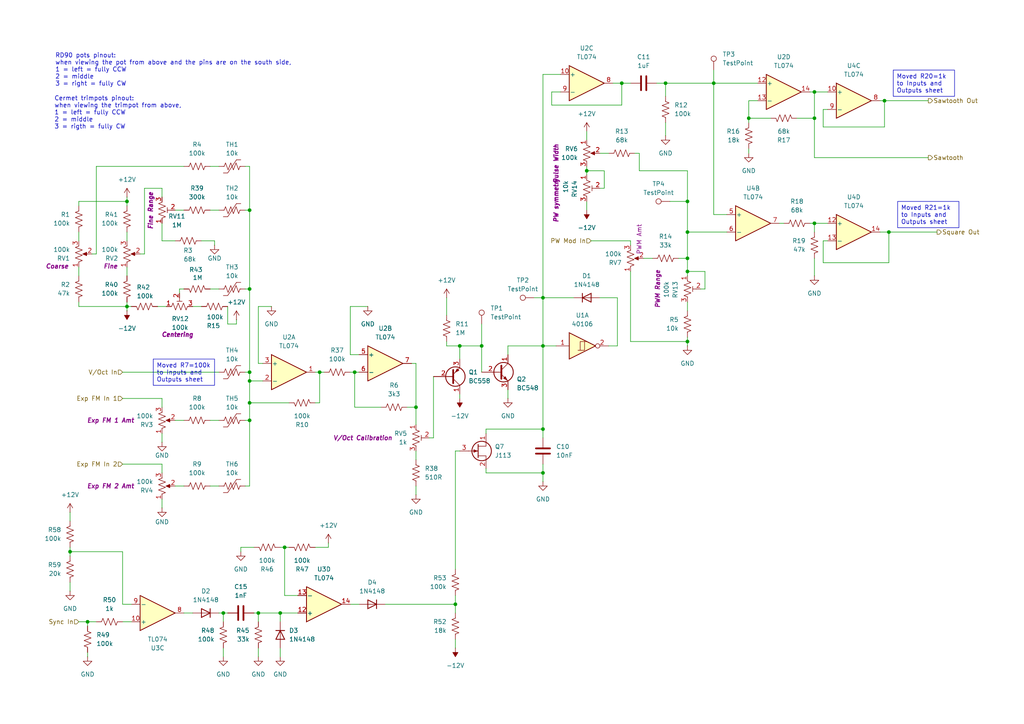
<source format=kicad_sch>
(kicad_sch (version 20231120) (generator "eeschema") (generator_version "8.0")
  (paper "A4")
  (title_block (company "DMH Instruments"))
  (junction (at 72.39 107.95))
  (junction (at 193.04 24.13))
  (junction (at 82.55 158.75))
  (junction (at 157.48 124.46))
  (junction (at 25.4 180.34))
  (junction (at 157.48 137.16))
  (junction (at 133.35 100.33))
  (junction (at 81.28 177.8))
  (junction (at 139.7 100.33))
  (junction (at 102.87 107.95))
  (junction (at 72.39 83.82))
  (junction (at 256.54 29.21))
  (junction (at 36.83 88.9))
  (junction (at 236.22 34.29))
  (junction (at 180.34 24.13))
  (junction (at 207.01 24.13))
  (junction (at 72.39 121.92))
  (junction (at 64.77 177.8))
  (junction (at 36.83 58.42))
  (junction (at 72.39 110.49))
  (junction (at 199.39 78.74))
  (junction (at 157.48 86.36))
  (junction (at 199.39 99.06))
  (junction (at 170.18 49.53))
  (junction (at 74.93 177.8))
  (junction (at 236.22 64.77))
  (junction (at 199.39 74.93))
  (junction (at 72.39 60.96))
  (junction (at 92.71 107.95))
  (junction (at 217.17 34.29))
  (junction (at 157.48 100.33))
  (junction (at 236.22 26.67))
  (junction (at 132.08 175.26))
  (junction (at 257.81 67.31))
  (junction (at 72.39 116.84))
  (junction (at 199.39 67.31))
  (junction (at 120.65 118.11))
  (junction (at 20.32 160.02))
  (junction (at 199.39 58.42))
  (wire (pts (xy 217.17 34.29) (xy 217.17 29.21)))
  (wire (pts (xy 92.71 107.95) (xy 92.71 116.84)))
  (wire (pts (xy 22.86 59.69) (xy 22.86 58.42)))
  (wire (pts (xy 180.34 24.13) (xy 182.88 24.13)))
  (wire (pts (xy 27.94 48.26) (xy 53.34 48.26)))
  (wire (pts (xy 236.22 74.93) (xy 236.22 80.01)))
  (wire (pts (xy 185.42 44.45) (xy 184.15 44.45)))
  (wire (pts (xy 179.07 86.36) (xy 173.99 86.36)))
  (wire (pts (xy 231.14 34.29) (xy 236.22 34.29)))
  (wire (pts (xy 60.96 60.96) (xy 63.5 60.96)))
  (wire (pts (xy 238.76 76.2) (xy 257.81 76.2)))
  (wire (pts (xy 207.01 24.13) (xy 219.71 24.13)))
  (wire (pts (xy 182.88 99.06) (xy 199.39 99.06)))
  (wire (pts (xy 64.77 180.34) (xy 64.77 177.8)))
  (wire (pts (xy 102.87 107.95) (xy 104.14 107.95)))
  (wire (pts (xy 74.93 105.41) (xy 74.93 88.9)))
  (wire (pts (xy 129.54 99.06) (xy 129.54 100.33)))
  (wire (pts (xy 226.06 64.77) (xy 227.33 64.77)))
  (wire (pts (xy 193.04 35.56) (xy 193.04 39.37)))
  (wire (pts (xy 36.83 88.9) (xy 38.1 88.9)))
  (wire (pts (xy 182.88 69.85) (xy 182.88 71.12)))
  (wire (pts (xy 175.26 54.61) (xy 175.26 49.53)))
  (wire (pts (xy 125.73 109.22) (xy 125.73 127)))
  (wire (pts (xy 25.4 189.23) (xy 25.4 190.5)))
  (wire (pts (xy 256.54 29.21) (xy 269.24 29.21)))
  (wire (pts (xy 81.28 187.96) (xy 81.28 190.5)))
  (wire (pts (xy 36.83 67.31) (xy 36.83 69.85)))
  (wire (pts (xy 207.01 20.32) (xy 207.01 24.13)))
  (wire (pts (xy 72.39 48.26) (xy 72.39 60.96)))
  (wire (pts (xy 86.36 172.72) (xy 82.55 172.72)))
  (wire (pts (xy 193.04 24.13) (xy 207.01 24.13)))
  (wire (pts (xy 66.04 88.9) (xy 66.04 93.98)))
  (wire (pts (xy 82.55 172.72) (xy 82.55 158.75)))
  (wire (pts (xy 157.48 100.33) (xy 157.48 124.46)))
  (wire (pts (xy 240.03 69.85) (xy 238.76 69.85)))
  (wire (pts (xy 255.27 67.31) (xy 257.81 67.31)))
  (wire (pts (xy 22.86 77.47) (xy 22.86 80.01)))
  (wire (pts (xy 81.28 158.75) (xy 82.55 158.75)))
  (wire (pts (xy 157.48 100.33) (xy 161.29 100.33)))
  (wire (pts (xy 52.07 85.09) (xy 52.07 83.82)))
  (wire (pts (xy 217.17 43.18) (xy 217.17 44.45)))
  (wire (pts (xy 74.93 177.8) (xy 74.93 180.34)))
  (wire (pts (xy 72.39 60.96) (xy 72.39 83.82)))
  (wire (pts (xy 177.8 24.13) (xy 180.34 24.13)))
  (wire (pts (xy 91.44 116.84) (xy 92.71 116.84)))
  (wire (pts (xy 55.88 88.9) (xy 58.42 88.9)))
  (wire (pts (xy 157.48 86.36) (xy 157.48 100.33)))
  (wire (pts (xy 41.91 54.61) (xy 46.99 54.61)))
  (wire (pts (xy 139.7 93.98) (xy 139.7 100.33)))
  (wire (pts (xy 22.86 88.9) (xy 36.83 88.9)))
  (wire (pts (xy 91.44 107.95) (xy 92.71 107.95)))
  (wire (pts (xy 217.17 34.29) (xy 217.17 35.56)))
  (wire (pts (xy 255.27 29.21) (xy 256.54 29.21)))
  (wire (pts (xy 101.6 88.9) (xy 106.68 88.9)))
  (wire (pts (xy 236.22 64.77) (xy 236.22 67.31)))
  (wire (pts (xy 71.12 140.97) (xy 72.39 140.97)))
  (wire (pts (xy 68.58 93.98) (xy 68.58 92.71)))
  (wire (pts (xy 236.22 34.29) (xy 236.22 45.72)))
  (wire (pts (xy 256.54 36.83) (xy 238.76 36.83)))
  (wire (pts (xy 170.18 49.53) (xy 175.26 49.53)))
  (wire (pts (xy 234.95 26.67) (xy 236.22 26.67)))
  (wire (pts (xy 22.86 180.34) (xy 25.4 180.34)))
  (wire (pts (xy 36.83 87.63) (xy 36.83 88.9)))
  (wire (pts (xy 72.39 116.84) (xy 72.39 121.92)))
  (wire (pts (xy 147.32 102.87) (xy 147.32 100.33)))
  (wire (pts (xy 238.76 31.75) (xy 240.03 31.75)))
  (wire (pts (xy 160.02 30.48) (xy 180.34 30.48)))
  (wire (pts (xy 36.83 58.42) (xy 36.83 59.69)))
  (wire (pts (xy 73.66 177.8) (xy 74.93 177.8)))
  (wire (pts (xy 72.39 116.84) (xy 83.82 116.84)))
  (wire (pts (xy 92.71 107.95) (xy 93.98 107.95)))
  (wire (pts (xy 46.99 64.77) (xy 46.99 69.85)))
  (wire (pts (xy 35.56 175.26) (xy 35.56 160.02)))
  (wire (pts (xy 238.76 69.85) (xy 238.76 76.2)))
  (wire (pts (xy 38.1 175.26) (xy 35.56 175.26)))
  (wire (pts (xy 72.39 110.49) (xy 76.2 110.49)))
  (wire (pts (xy 25.4 180.34) (xy 27.94 180.34)))
  (wire (pts (xy 81.28 177.8) (xy 74.93 177.8)))
  (wire (pts (xy 157.48 134.62) (xy 157.48 137.16)))
  (wire (pts (xy 256.54 29.21) (xy 256.54 36.83)))
  (wire (pts (xy 157.48 124.46) (xy 157.48 127)))
  (wire (pts (xy 132.08 130.81) (xy 132.08 165.1)))
  (wire (pts (xy 35.56 107.95) (xy 63.5 107.95)))
  (wire (pts (xy 180.34 30.48) (xy 180.34 24.13)))
  (wire (pts (xy 199.39 78.74) (xy 199.39 80.01)))
  (wire (pts (xy 162.56 21.59) (xy 157.48 21.59)))
  (wire (pts (xy 36.83 77.47) (xy 36.83 80.01)))
  (wire (pts (xy 25.4 180.34) (xy 25.4 181.61)))
  (wire (pts (xy 46.99 115.57) (xy 46.99 118.11)))
  (wire (pts (xy 72.39 83.82) (xy 72.39 107.95)))
  (wire (pts (xy 176.53 100.33) (xy 179.07 100.33)))
  (wire (pts (xy 185.42 49.53) (xy 185.42 44.45)))
  (wire (pts (xy 20.32 160.02) (xy 35.56 160.02)))
  (wire (pts (xy 170.18 58.42) (xy 170.18 60.96)))
  (wire (pts (xy 182.88 78.74) (xy 182.88 99.06)))
  (wire (pts (xy 101.6 107.95) (xy 102.87 107.95)))
  (wire (pts (xy 101.6 175.26) (xy 104.14 175.26)))
  (wire (pts (xy 46.99 125.73) (xy 46.99 128.27)))
  (wire (pts (xy 132.08 130.81) (xy 133.35 130.81)))
  (wire (pts (xy 140.97 125.73) (xy 140.97 124.46)))
  (wire (pts (xy 133.35 100.33) (xy 133.35 104.14)))
  (wire (pts (xy 71.12 60.96) (xy 72.39 60.96)))
  (wire (pts (xy 190.5 24.13) (xy 193.04 24.13)))
  (wire (pts (xy 170.18 38.1) (xy 170.18 40.64)))
  (wire (pts (xy 52.07 83.82) (xy 53.34 83.82)))
  (wire (pts (xy 199.39 74.93) (xy 199.39 78.74)))
  (wire (pts (xy 160.02 26.67) (xy 160.02 30.48)))
  (wire (pts (xy 219.71 29.21) (xy 217.17 29.21)))
  (wire (pts (xy 81.28 177.8) (xy 86.36 177.8)))
  (wire (pts (xy 74.93 187.96) (xy 74.93 190.5)))
  (wire (pts (xy 120.65 105.41) (xy 119.38 105.41)))
  (wire (pts (xy 129.54 86.36) (xy 129.54 91.44)))
  (wire (pts (xy 53.34 177.8) (xy 55.88 177.8)))
  (wire (pts (xy 62.23 69.85) (xy 62.23 71.12)))
  (wire (pts (xy 120.65 130.81) (xy 120.65 133.35)))
  (wire (pts (xy 199.39 58.42) (xy 199.39 67.31)))
  (wire (pts (xy 204.47 78.74) (xy 199.39 78.74)))
  (wire (pts (xy 236.22 64.77) (xy 240.03 64.77)))
  (wire (pts (xy 72.39 121.92) (xy 72.39 140.97)))
  (wire (pts (xy 26.67 73.66) (xy 27.94 73.66)))
  (wire (pts (xy 257.81 67.31) (xy 257.81 76.2)))
  (wire (pts (xy 193.04 24.13) (xy 193.04 27.94)))
  (wire (pts (xy 140.97 124.46) (xy 157.48 124.46)))
  (wire (pts (xy 234.95 64.77) (xy 236.22 64.77)))
  (wire (pts (xy 194.31 58.42) (xy 199.39 58.42)))
  (wire (pts (xy 74.93 105.41) (xy 76.2 105.41)))
  (wire (pts (xy 73.66 158.75) (xy 69.85 158.75)))
  (wire (pts (xy 20.32 148.59) (xy 20.32 151.13)))
  (wire (pts (xy 102.87 118.11) (xy 102.87 107.95)))
  (wire (pts (xy 140.97 137.16) (xy 157.48 137.16)))
  (wire (pts (xy 186.69 74.93) (xy 189.23 74.93)))
  (wire (pts (xy 133.35 100.33) (xy 139.7 100.33)))
  (wire (pts (xy 166.37 86.36) (xy 157.48 86.36)))
  (wire (pts (xy 204.47 83.82) (xy 204.47 78.74)))
  (wire (pts (xy 72.39 110.49) (xy 72.39 116.84)))
  (wire (pts (xy 162.56 26.67) (xy 160.02 26.67)))
  (wire (pts (xy 64.77 187.96) (xy 64.77 190.5)))
  (wire (pts (xy 72.39 107.95) (xy 72.39 110.49)))
  (wire (pts (xy 185.42 49.53) (xy 199.39 49.53)))
  (wire (pts (xy 20.32 158.75) (xy 20.32 160.02)))
  (wire (pts (xy 139.7 100.33) (xy 139.7 107.95)))
  (wire (pts (xy 22.86 87.63) (xy 22.86 88.9)))
  (wire (pts (xy 60.96 83.82) (xy 63.5 83.82)))
  (wire (pts (xy 199.39 97.79) (xy 199.39 99.06)))
  (wire (pts (xy 203.2 83.82) (xy 204.47 83.82)))
  (wire (pts (xy 60.96 48.26) (xy 63.5 48.26)))
  (wire (pts (xy 46.99 144.78) (xy 46.99 147.32)))
  (wire (pts (xy 50.8 60.96) (xy 53.34 60.96)))
  (wire (pts (xy 133.35 100.33) (xy 129.54 100.33)))
  (wire (pts (xy 63.5 177.8) (xy 64.77 177.8)))
  (wire (pts (xy 120.65 140.97) (xy 120.65 143.51)))
  (wire (pts (xy 71.12 121.92) (xy 72.39 121.92)))
  (wire (pts (xy 120.65 118.11) (xy 120.65 123.19)))
  (wire (pts (xy 154.94 86.36) (xy 157.48 86.36)))
  (wire (pts (xy 170.18 49.53) (xy 170.18 50.8)))
  (wire (pts (xy 132.08 185.42) (xy 132.08 187.96)))
  (wire (pts (xy 74.93 88.9) (xy 78.74 88.9)))
  (wire (pts (xy 36.83 57.15) (xy 36.83 58.42)))
  (wire (pts (xy 173.99 44.45) (xy 176.53 44.45)))
  (wire (pts (xy 46.99 134.62) (xy 46.99 137.16)))
  (wire (pts (xy 71.12 83.82) (xy 72.39 83.82)))
  (wire (pts (xy 238.76 36.83) (xy 238.76 31.75)))
  (wire (pts (xy 41.91 54.61) (xy 41.91 73.66)))
  (wire (pts (xy 118.11 118.11) (xy 120.65 118.11)))
  (wire (pts (xy 83.82 158.75) (xy 82.55 158.75)))
  (wire (pts (xy 257.81 67.31) (xy 271.78 67.31)))
  (wire (pts (xy 110.49 118.11) (xy 102.87 118.11)))
  (wire (pts (xy 125.73 127) (xy 124.46 127)))
  (wire (pts (xy 236.22 45.72) (xy 269.24 45.72)))
  (wire (pts (xy 140.97 135.89) (xy 140.97 137.16)))
  (wire (pts (xy 199.39 49.53) (xy 199.39 58.42)))
  (wire (pts (xy 236.22 26.67) (xy 240.03 26.67)))
  (wire (pts (xy 20.32 168.91) (xy 20.32 171.45)))
  (wire (pts (xy 71.12 48.26) (xy 72.39 48.26)))
  (wire (pts (xy 132.08 175.26) (xy 132.08 177.8)))
  (wire (pts (xy 95.25 157.48) (xy 95.25 158.75)))
  (wire (pts (xy 147.32 100.33) (xy 157.48 100.33)))
  (wire (pts (xy 207.01 62.23) (xy 210.82 62.23)))
  (wire (pts (xy 22.86 58.42) (xy 36.83 58.42)))
  (wire (pts (xy 50.8 140.97) (xy 53.34 140.97)))
  (wire (pts (xy 40.64 73.66) (xy 41.91 73.66)))
  (wire (pts (xy 58.42 69.85) (xy 62.23 69.85)))
  (wire (pts (xy 147.32 113.03) (xy 147.32 115.57)))
  (wire (pts (xy 27.94 73.66) (xy 27.94 48.26)))
  (wire (pts (xy 64.77 177.8) (xy 66.04 177.8)))
  (wire (pts (xy 104.14 102.87) (xy 101.6 102.87)))
  (wire (pts (xy 111.76 175.26) (xy 132.08 175.26)))
  (wire (pts (xy 35.56 180.34) (xy 38.1 180.34)))
  (wire (pts (xy 46.99 54.61) (xy 46.99 57.15)))
  (wire (pts (xy 50.8 121.92) (xy 53.34 121.92)))
  (wire (pts (xy 196.85 74.93) (xy 199.39 74.93)))
  (wire (pts (xy 81.28 180.34) (xy 81.28 177.8)))
  (wire (pts (xy 199.39 87.63) (xy 199.39 90.17)))
  (wire (pts (xy 35.56 134.62) (xy 46.99 134.62)))
  (wire (pts (xy 120.65 105.41) (xy 120.65 118.11)))
  (wire (pts (xy 199.39 67.31) (xy 210.82 67.31)))
  (wire (pts (xy 179.07 100.33) (xy 179.07 86.36)))
  (wire (pts (xy 132.08 172.72) (xy 132.08 175.26)))
  (wire (pts (xy 46.99 69.85) (xy 50.8 69.85)))
  (wire (pts (xy 207.01 24.13) (xy 207.01 62.23)))
  (wire (pts (xy 69.85 158.75) (xy 69.85 160.02)))
  (wire (pts (xy 157.48 21.59) (xy 157.48 86.36)))
  (wire (pts (xy 133.35 114.3) (xy 133.35 115.57)))
  (wire (pts (xy 170.18 48.26) (xy 170.18 49.53)))
  (wire (pts (xy 91.44 158.75) (xy 95.25 158.75)))
  (wire (pts (xy 101.6 102.87) (xy 101.6 88.9)))
  (wire (pts (xy 22.86 67.31) (xy 22.86 69.85)))
  (wire (pts (xy 60.96 140.97) (xy 63.5 140.97)))
  (wire (pts (xy 20.32 160.02) (xy 20.32 161.29)))
  (wire (pts (xy 66.04 93.98) (xy 68.58 93.98)))
  (wire (pts (xy 157.48 137.16) (xy 157.48 139.7)))
  (wire (pts (xy 171.45 69.85) (xy 182.88 69.85)))
  (wire (pts (xy 199.39 67.31) (xy 199.39 74.93)))
  (wire (pts (xy 236.22 34.29) (xy 236.22 26.67)))
  (wire (pts (xy 60.96 121.92) (xy 63.5 121.92)))
  (wire (pts (xy 36.83 88.9) (xy 36.83 90.17)))
  (wire (pts (xy 173.99 54.61) (xy 175.26 54.61)))
  (wire (pts (xy 45.72 88.9) (xy 48.26 88.9)))
  (wire (pts (xy 199.39 99.06) (xy 199.39 100.33)))
  (wire (pts (xy 35.56 115.57) (xy 46.99 115.57)))
  (wire (pts (xy 223.52 34.29) (xy 217.17 34.29)))
  (wire (pts (xy 71.12 107.95) (xy 72.39 107.95)))
  (text_box "Moved R7=100k to Inputs and Outputs sheet" (at 44.45 104.14 0) (size 17.78 7.62) (effects (font (size 1.27 1.27)) (justify left)))
  (text_box "Moved R20=1k to Inputs and Outputs sheet" (at 259.08 20.32 0) (size 17.78 7.62) (effects (font (size 1.27 1.27)) (justify left)))
  (text_box "Moved R21=1k to Inputs and Outputs sheet" (at 260.35 58.42 0) (size 17.78 7.62) (effects (font (size 1.27 1.27)) (justify left)))
  (text "Cermet trimpots pinout:\nwhen viewing the trimpot from above,\n1 = left = fully CCW\n2 = middle\n3 = rigth = fully CW" (at 15.748 32.766 0) (effects (font (size 1.27 1.27)) (justify left)))
  (text "RD90 pots pinout:\nwhen viewing the pot from above and the pins are on the south side,\n1 = left = fully CCW\n2 = middle\n3 = right = fully CW" (at 16.002 20.32 0) (effects (font (size 1.27 1.27)) (justify left)))
  (hierarchical_label "Sawtooth" (shape output) (at 269.24 45.72 0))
  (hierarchical_label "Exp FM In 1" (shape input) (at 35.56 115.57 180))
  (hierarchical_label "Sawtooth Out" (shape output) (at 269.24 29.21 0))
  (hierarchical_label "PW Mod In" (shape input) (at 171.45 69.85 180))
  (hierarchical_label "Sync In" (shape input) (at 22.86 180.34 180))
  (hierarchical_label "V{slash}Oct In" (shape input) (at 35.56 107.95 180))
  (hierarchical_label "Square Out" (shape output) (at 271.78 67.31 0))
  (hierarchical_label "Exp FM In 2" (shape input) (at 35.56 134.62 180))
  (symbol (lib_id "Device:R_Potentiometer_Trim_US") (at 46.99 60.96 0) (mirror x) (unit 1)
    (property "Reference" "RV11" (at 51.308 62.738 0))
    (property "Value" "1M" (at 51.308 65.278 0))
    (property "Footprint" "Potentiometer_THT:Potentiometer_Bourns_3296W_Vertical" (effects (hide yes)))
    (property "Function" "Fine Range" (at 43.688 60.96 90) (effects (font (bold yes) (italic yes))))
  )
  (symbol (lib_id "Device:R_US") (at 77.47 158.75 90) (mirror x) (unit 1)
    (property "Reference" "R46" (at 77.47 165.1 90))
    (property "Value" "100k" (at 77.47 162.56 90))
    (property "Footprint" "Resistor_THT:R_Axial_DIN0207_L6.3mm_D2.5mm_P7.62mm_Horizontal" (effects (hide yes)))
    (property "Description" "Resistor, US symbol" (effects (hide yes)))
  )
  (symbol (lib_id "power:+12V") (at 170.18 38.1 0) (unit 1)
    (property "Reference" "#PWR026" (effects (hide yes)))
    (property "Value" "+12V" (at 170.18 33.02 0))
    (property "Description" "Power symbol creates a global label with name \"+12V\"" (effects (hide yes)))
  )
  (symbol (lib_id "Transistor_FET:MMBFJ113") (at 138.43 130.81 0) (unit 1)
    (property "Reference" "Q7" (at 143.51 129.5399 0) (effects (justify left)))
    (property "Value" "J113" (at 143.51 132.0799 0) (effects (justify left)))
    (property "Footprint" "Package_TO_SOT_THT:TO-92_Inline" (effects (hide yes)))
    (property "Datasheet" "https://www.onsemi.com/pub/Collateral/MMBFJ113-D.PDF" (effects (hide yes)))
    (property "Description" "2mA min, 35V, 100mOhm max, 0.5-3V Vgs(off), N-Channel JFET, SOT-23" (effects (hide yes)))
  )
  (symbol (lib_id "power:GND") (at 147.32 115.57 0) (unit 1)
    (property "Reference" "#PWR022" (effects (hide yes)))
    (property "Value" "GND" (at 147.32 120.65 0))
    (property "Description" "Power symbol creates a global label with name \"GND\" , ground" (effects (hide yes)))
  )
  (symbol (lib_id "Connector:TestPoint") (at 207.01 20.32 0) (unit 1) (in_bom no) (on_board no)
    (property "Reference" "TP3" (at 209.55 15.7479 0) (effects (justify left)))
    (property "Value" "TestPoint" (at 209.55 18.2879 0) (effects (justify left)))
    (property "Footprint" "TestPoint:TestPoint_THTPad_2.0x2.0mm_Drill1.0mm" (effects (hide yes)))
    (property "Description" "test point" (effects (hide yes)))
  )
  (symbol (lib_id "power:GND") (at 64.77 190.5 0) (unit 1)
    (property "Reference" "#PWR048" (effects (hide yes)))
    (property "Value" "GND" (at 64.77 195.58 0))
    (property "Description" "Power symbol creates a global label with name \"GND\" , ground" (effects (hide yes)))
  )
  (symbol (lib_id "Device:R_US") (at 20.32 154.94 0) (mirror y) (unit 1)
    (property "Reference" "R58" (at 17.78 153.6699 0) (effects (justify left)))
    (property "Value" "100k" (at 17.78 156.2099 0) (effects (justify left)))
    (property "Footprint" "Resistor_THT:R_Axial_DIN0207_L6.3mm_D2.5mm_P7.62mm_Horizontal" (effects (hide yes)))
    (property "Description" "Resistor, US symbol" (effects (hide yes)))
  )
  (symbol (lib_id "power:+12V") (at 68.58 92.71 0) (unit 1)
    (property "Reference" "#PWR02" (effects (hide yes)))
    (property "Value" "+12V" (at 68.58 87.63 0))
    (property "Description" "Power symbol creates a global label with name \"+12V\"" (effects (hide yes)))
  )
  (symbol (lib_id "power:-12V") (at 133.35 115.57 180) (unit 1)
    (property "Reference" "#PWR021" (effects (hide yes)))
    (property "Value" "-12V" (at 133.35 120.65 0))
    (property "Description" "Power symbol creates a global label with name \"-12V\"" (effects (hide yes)))
  )
  (symbol (lib_id "Device:R_US") (at 57.15 121.92 90) (unit 1)
    (property "Reference" "R8" (at 57.15 115.57 90))
    (property "Value" "100k" (at 57.15 118.11 90))
    (property "Footprint" "Resistor_THT:R_Axial_DIN0207_L6.3mm_D2.5mm_P7.62mm_Horizontal" (effects (hide yes)))
    (property "Description" "Resistor, US symbol" (effects (hide yes)))
  )
  (symbol (lib_id "power:GND") (at 199.39 100.33 0) (unit 1)
    (property "Reference" "#PWR027" (effects (hide yes)))
    (property "Value" "GND" (at 199.39 105.41 0))
    (property "Description" "Power symbol creates a global label with name \"GND\" , ground" (effects (hide yes)))
  )
  (symbol (lib_id "Amplifier_Operational:TL074") (at 227.33 26.67 0) (unit 4)
    (property "Reference" "U2" (at 227.33 16.51 0))
    (property "Value" "TL074" (at 227.33 19.05 0))
    (property "Footprint" "Package_DIP:DIP-14_W7.62mm_Socket" (effects (hide yes)))
    (property "Datasheet" "http://www.ti.com/lit/ds/symlink/tl071.pdf" (effects (hide yes)))
    (property "Description" "Quad Low-Noise JFET-Input Operational Amplifiers, DIP-14/SOIC-14" (effects (hide yes)))
  )
  (symbol (lib_id "power:GND") (at 157.48 139.7 0) (unit 1)
    (property "Reference" "#PWR023" (effects (hide yes)))
    (property "Value" "GND" (at 157.48 144.78 0))
    (property "Description" "Power symbol creates a global label with name \"GND\" , ground" (effects (hide yes)))
  )
  (symbol (lib_id "power:GND") (at 78.74 88.9 0) (unit 1)
    (property "Reference" "#PWR041" (effects (hide yes)))
    (property "Value" "GND" (at 78.74 93.98 0))
    (property "Description" "Power symbol creates a global label with name \"GND\" , ground" (effects (hide yes)))
  )
  (symbol (lib_id "Device:R_US") (at 20.32 165.1 0) (mirror y) (unit 1)
    (property "Reference" "R59" (at 17.78 163.8299 0) (effects (justify left)))
    (property "Value" "20k" (at 17.78 166.3699 0) (effects (justify left)))
    (property "Footprint" "Resistor_THT:R_Axial_DIN0207_L6.3mm_D2.5mm_P7.62mm_Horizontal" (effects (hide yes)))
    (property "Description" "Resistor, US symbol" (effects (hide yes)))
  )
  (symbol (lib_id "Device:R_Potentiometer_Trim_US") (at 170.18 54.61 0) (unit 1)
    (property "Reference" "RV14" (at 166.624 52.324 90) (effects (justify right)))
    (property "Value" "10k" (at 164.084 52.324 90) (effects (justify right)))
    (property "Footprint" "Potentiometer_THT:Potentiometer_Bourns_3296W_Vertical" (effects (hide yes)))
    (property "Description" "Trim-potentiometer, US symbol" (effects (hide yes)))
    (property "Function" "PW symmetry" (at 161.29 58.166 90) (effects (font (bold yes) (italic yes))))
  )
  (symbol (lib_id "Device:R_US") (at 41.91 88.9 270) (mirror x) (unit 1)
    (property "Reference" "R42" (at 39.624 83.312 90) (effects (justify left)))
    (property "Value" "100k" (at 39.624 85.852 90) (effects (justify left)))
    (property "Footprint" "Resistor_THT:R_Axial_DIN0207_L6.3mm_D2.5mm_P7.62mm_Horizontal" (effects (hide yes)))
    (property "Description" "Resistor, US symbol" (effects (hide yes)))
  )
  (symbol (lib_id "Device:R_US") (at 54.61 69.85 270) (unit 1)
    (property "Reference" "R3" (at 55.88 72.644 90) (effects (justify right)))
    (property "Value" "68k" (at 56.896 75.184 90) (effects (justify right)))
    (property "Footprint" "Resistor_THT:R_Axial_DIN0207_L6.3mm_D2.5mm_P7.62mm_Horizontal" (effects (hide yes)))
    (property "Description" "Resistor, US symbol" (effects (hide yes)))
  )
  (symbol (lib_id "Device:R_US") (at 236.22 71.12 0) (mirror y) (unit 1)
    (property "Reference" "R19" (at 233.68 69.8499 0) (effects (justify left)))
    (property "Value" "47k" (at 233.68 72.3899 0) (effects (justify left)))
    (property "Footprint" "Resistor_THT:R_Axial_DIN0207_L6.3mm_D2.5mm_P7.62mm_Horizontal" (effects (hide yes)))
    (property "Description" "Resistor, US symbol" (effects (hide yes)))
  )
  (symbol (lib_id "Diode:1N4148") (at 170.18 86.36 0) (unit 1)
    (property "Reference" "D1" (at 170.18 80.01 0))
    (property "Value" "1N4148" (at 170.18 82.55 0))
    (property "Footprint" "Diode_THT:D_DO-35_SOD27_P7.62mm_Horizontal" (effects (hide yes)))
    (property "Datasheet" "https://assets.nexperia.com/documents/data-sheet/1N4148_1N4448.pdf" (effects (hide yes)))
    (property "Description" "100V 0.15A standard switching diode, DO-35" (effects (hide yes)))
    (property "Sim.Device" "D" (effects (hide yes)))
    (property "Sim.Pins" "1=K 2=A" (effects (hide yes)))
  )
  (symbol (lib_id "Device:R_US") (at 199.39 93.98 0) (mirror y) (unit 1)
    (property "Reference" "R5" (at 196.85 92.7099 0) (effects (justify left)))
    (property "Value" "10k" (at 196.85 95.2499 0) (effects (justify left)))
    (property "Footprint" "Resistor_THT:R_Axial_DIN0207_L6.3mm_D2.5mm_P7.62mm_Horizontal" (effects (hide yes)))
    (property "Description" "Resistor, US symbol" (effects (hide yes)))
  )
  (symbol (lib_id "4xxx:40106") (at 168.91 100.33 0) (unit 1)
    (property "Reference" "U1" (at 168.91 91.44 0))
    (property "Value" "40106" (at 168.91 93.98 0))
    (property "Footprint" "Package_DIP:DIP-14_W7.62mm_Socket" (effects (hide yes)))
    (property "Datasheet" "https://assets.nexperia.com/documents/data-sheet/HEF40106B.pdf" (effects (hide yes)))
    (property "Description" "Hex Schmitt trigger inverter" (effects (hide yes)))
  )
  (symbol (lib_id "Amplifier_Operational:TL074") (at 170.18 24.13 0) (unit 3)
    (property "Reference" "U2" (at 170.18 13.97 0))
    (property "Value" "TL074" (at 170.18 16.51 0))
    (property "Footprint" "Package_DIP:DIP-14_W7.62mm_Socket" (effects (hide yes)))
    (property "Datasheet" "http://www.ti.com/lit/ds/symlink/tl071.pdf" (effects (hide yes)))
    (property "Description" "Quad Low-Noise JFET-Input Operational Amplifiers, DIP-14/SOIC-14" (effects (hide yes)))
  )
  (symbol (lib_id "Device:R_US") (at 57.15 60.96 90) (unit 1)
    (property "Reference" "R39" (at 57.15 54.61 90))
    (property "Value" "300k" (at 57.15 57.15 90))
    (property "Footprint" "Resistor_THT:R_Axial_DIN0207_L6.3mm_D2.5mm_P7.62mm_Horizontal" (effects (hide yes)))
    (property "Description" "Resistor, US symbol" (effects (hide yes)))
  )
  (symbol (lib_id "power:GND") (at 217.17 44.45 0) (unit 1)
    (property "Reference" "#PWR028" (effects (hide yes)))
    (property "Value" "GND" (at 217.17 49.53 0))
    (property "Description" "Power symbol creates a global label with name \"GND\" , ground" (effects (hide yes)))
  )
  (symbol (lib_id "Transistor_BJT:BC558") (at 130.81 109.22 0) (mirror x) (unit 1)
    (property "Reference" "Q1" (at 135.89 107.9499 0) (effects (justify left)))
    (property "Value" "BC558" (at 135.89 110.4899 0) (effects (justify left)))
    (property "Footprint" "Package_TO_SOT_THT:TO-92_Inline_Wide" (effects (hide yes)))
    (property "Datasheet" "https://www.onsemi.com/pub/Collateral/BC556BTA-D.pdf" (effects (hide yes)))
    (property "Description" "0.1A Ic, 30V Vce, PNP Small Signal Transistor, TO-92" (effects (hide yes)))
  )
  (symbol (lib_id "Device:Thermistor_US") (at 67.31 83.82 90) (unit 1)
    (property "Reference" "TH3" (at 67.31 77.47 90))
    (property "Value" "10k" (at 67.31 80.01 90))
    (property "Footprint" "Resistor_THT:R_Axial_DIN0204_L3.6mm_D1.6mm_P5.08mm_Horizontal" (effects (hide yes)))
    (property "Description" "Thermistor, temperature dependent resistor, US symbol" (effects (hide yes)))
  )
  (symbol (lib_id "power:GND") (at 74.93 190.5 0) (unit 1)
    (property "Reference" "#PWR044" (effects (hide yes)))
    (property "Value" "GND" (at 74.93 195.58 0))
    (property "Description" "Power symbol creates a global label with name \"GND\" , ground" (effects (hide yes)))
  )
  (symbol (lib_id "Amplifier_Operational:TL074") (at 45.72 177.8 0) (mirror x) (unit 3)
    (property "Reference" "U3" (at 45.72 187.96 0))
    (property "Value" "TL074" (at 45.72 185.42 0))
    (property "Footprint" "Package_DIP:DIP-14_W7.62mm_Socket" (effects (hide yes)))
    (property "Datasheet" "http://www.ti.com/lit/ds/symlink/tl071.pdf" (effects (hide yes)))
    (property "Description" "Quad Low-Noise JFET-Input Operational Amplifiers, DIP-14/SOIC-14" (effects (hide yes)))
  )
  (symbol (lib_id "power:+12V") (at 129.54 86.36 0) (unit 1)
    (property "Reference" "#PWR020" (effects (hide yes)))
    (property "Value" "+12V" (at 129.54 81.28 0))
    (property "Description" "Power symbol creates a global label with name \"+12V\"" (effects (hide yes)))
  )
  (symbol (lib_id "power:GND") (at 106.68 88.9 0) (unit 1)
    (property "Reference" "#PWR042" (effects (hide yes)))
    (property "Value" "GND" (at 106.68 93.98 0))
    (property "Description" "Power symbol creates a global label with name \"GND\" , ground" (effects (hide yes)))
  )
  (symbol (lib_id "Device:R_US") (at 180.34 44.45 270) (unit 1)
    (property "Reference" "R13" (at 180.34 38.1 90))
    (property "Value" "68k" (at 180.34 40.64 90))
    (property "Footprint" "Resistor_THT:R_Axial_DIN0207_L6.3mm_D2.5mm_P7.62mm_Horizontal" (effects (hide yes)))
    (property "Description" "Resistor, US symbol" (effects (hide yes)))
  )
  (symbol (lib_id "Amplifier_Operational:TL074") (at 247.65 29.21 0) (unit 3)
    (property "Reference" "U4" (at 247.65 19.05 0))
    (property "Value" "TL074" (at 247.65 21.59 0))
    (property "Footprint" "Package_DIP:DIP-14_W7.62mm_Socket" (effects (hide yes)))
    (property "Datasheet" "http://www.ti.com/lit/ds/symlink/tl071.pdf" (effects (hide yes)))
    (property "Description" "Quad Low-Noise JFET-Input Operational Amplifiers, DIP-14/SOIC-14" (effects (hide yes)))
  )
  (symbol (lib_id "power:GND") (at 193.04 39.37 0) (unit 1)
    (property "Reference" "#PWR024" (effects (hide yes)))
    (property "Value" "GND" (at 193.04 44.45 0))
    (property "Description" "Power symbol creates a global label with name \"GND\" , ground" (effects (hide yes)))
  )
  (symbol (lib_id "Device:R_US") (at 193.04 31.75 180) (unit 1)
    (property "Reference" "R12" (at 195.58 30.4799 0) (effects (justify right)))
    (property "Value" "100k" (at 195.58 33.0199 0) (effects (justify right)))
    (property "Footprint" "Resistor_THT:R_Axial_DIN0207_L6.3mm_D2.5mm_P7.62mm_Horizontal" (effects (hide yes)))
    (property "Description" "Resistor, US symbol" (effects (hide yes)))
  )
  (symbol (lib_id "Device:R_US") (at 132.08 168.91 0) (mirror y) (unit 1)
    (property "Reference" "R53" (at 129.54 167.6399 0) (effects (justify left)))
    (property "Value" "100k" (at 129.54 170.1799 0) (effects (justify left)))
    (property "Footprint" "Resistor_THT:R_Axial_DIN0207_L6.3mm_D2.5mm_P7.62mm_Horizontal" (effects (hide yes)))
    (property "Description" "Resistor, US symbol" (effects (hide yes)))
  )
  (symbol (lib_id "Device:R_US") (at 114.3 118.11 90) (unit 1)
    (property "Reference" "R6" (at 114.3 111.76 90))
    (property "Value" "3k3" (at 114.3 114.3 90))
    (property "Footprint" "Resistor_THT:R_Axial_DIN0207_L6.3mm_D2.5mm_P7.62mm_Horizontal" (effects (hide yes)))
    (property "Description" "Resistor, US symbol" (effects (hide yes)))
  )
  (symbol (lib_id "Amplifier_Operational:TL074") (at 93.98 175.26 0) (mirror x) (unit 4)
    (property "Reference" "U3" (at 93.98 165.1 0))
    (property "Value" "TL074" (at 93.98 167.64 0))
    (property "Footprint" "Package_DIP:DIP-14_W7.62mm_Socket" (effects (hide yes)))
    (property "Datasheet" "http://www.ti.com/lit/ds/symlink/tl071.pdf" (effects (hide yes)))
    (property "Description" "Quad Low-Noise JFET-Input Operational Amplifiers, DIP-14/SOIC-14" (effects (hide yes)))
  )
  (symbol (lib_id "power:+12V") (at 36.83 57.15 0) (unit 1)
    (property "Reference" "#PWR03" (effects (hide yes)))
    (property "Value" "+12V" (at 36.83 52.07 0))
    (property "Description" "Power symbol creates a global label with name \"+12V\"" (effects (hide yes)))
  )
  (symbol (lib_id "power:-12V") (at 170.18 60.96 180) (unit 1)
    (property "Reference" "#PWR025" (effects (hide yes)))
    (property "Value" "-12V" (at 170.18 66.04 0))
    (property "Description" "Power symbol creates a global label with name \"-12V\"" (effects (hide yes)))
  )
  (symbol (lib_id "Device:Thermistor_US") (at 67.31 48.26 90) (unit 1)
    (property "Reference" "TH1" (at 67.31 41.91 90))
    (property "Value" "10k" (at 67.31 44.45 90))
    (property "Footprint" "Resistor_THT:R_Axial_DIN0204_L3.6mm_D1.6mm_P5.08mm_Horizontal" (effects (hide yes)))
    (property "Description" "Thermistor, temperature dependent resistor, US symbol" (effects (hide yes)))
  )
  (symbol (lib_id "Device:Thermistor_US") (at 67.31 121.92 90) (unit 1)
    (property "Reference" "TH5" (at 67.31 115.57 90))
    (property "Value" "10k" (at 67.31 118.11 90))
    (property "Footprint" "Resistor_THT:R_Axial_DIN0204_L3.6mm_D1.6mm_P5.08mm_Horizontal" (effects (hide yes)))
    (property "Description" "Thermistor, temperature dependent resistor, US symbol" (effects (hide yes)))
  )
  (symbol (lib_id "Device:R_Potentiometer_US") (at 46.99 121.92 0) (mirror x) (unit 1)
    (property "Reference" "RV3" (at 44.45 123.1901 0) (effects (justify right)))
    (property "Value" "100k" (at 44.45 120.6501 0) (effects (justify right)))
    (property "Footprint" "Potentiometer_THT:Potentiometer_Alpha_RD901F-40-00D_Single_Vertical" (effects (hide yes)))
    (property "Function" "Exp FM 1 Amt" (at 32.004 121.92 0) (effects (font (bold yes) (italic yes))))
  )
  (symbol (lib_id "Device:R_Potentiometer_US") (at 170.18 44.45 0) (unit 1)
    (property "Reference" "RV6" (at 167.64 43.1799 0) (effects (justify right)))
    (property "Value" "100k" (at 167.64 45.7199 0) (effects (justify right)))
    (property "Footprint" "Potentiometer_THT:Potentiometer_Alpha_RD901F-40-00D_Single_Vertical" (effects (hide yes)))
    (property "Function" "Pulse Width" (at 161.29 47.498 90) (effects (font (bold yes) (italic yes))))
  )
  (symbol (lib_id "Device:R_Potentiometer_Trim_US") (at 120.65 127 0) (unit 1)
    (property "Reference" "RV5" (at 118.11 125.7299 0) (effects (justify right)))
    (property "Value" "1k" (at 118.11 128.2699 0) (effects (justify right)))
    (property "Footprint" "Potentiometer_THT:Potentiometer_Bourns_3296W_Vertical" (effects (hide yes)))
    (property "Function" "V/Oct Calibration" (at 105.156 127 0) (effects (font (bold yes) (italic yes))))
  )
  (symbol (lib_id "Device:R_US") (at 57.15 140.97 90) (unit 1)
    (property "Reference" "R9" (at 57.15 134.62 90))
    (property "Value" "100k" (at 57.15 137.16 90))
    (property "Footprint" "Resistor_THT:R_Axial_DIN0207_L6.3mm_D2.5mm_P7.62mm_Horizontal" (effects (hide yes)))
    (property "Description" "Resistor, US symbol" (effects (hide yes)))
  )
  (symbol (lib_id "power:GND") (at 20.32 171.45 0) (unit 1)
    (property "Reference" "#PWR043" (effects (hide yes)))
    (property "Value" "GND" (at 20.32 176.53 0))
    (property "Description" "Power symbol creates a global label with name \"GND\" , ground" (effects (hide yes)))
  )
  (symbol (lib_id "Device:C") (at 186.69 24.13 90) (unit 1)
    (property "Reference" "C11" (at 186.69 16.51 90))
    (property "Value" "1uF" (at 186.69 19.05 90))
    (property "Footprint" "Capacitor_THT:C_Disc_D4.3mm_W1.9mm_P5.00mm" (effects (hide yes)))
    (property "Description" "Unpolarized capacitor" (effects (hide yes)))
  )
  (symbol (lib_id "Device:R_US") (at 74.93 184.15 0) (mirror y) (unit 1)
    (property "Reference" "R45" (at 72.39 182.8799 0) (effects (justify left)))
    (property "Value" "33k" (at 72.39 185.4199 0) (effects (justify left)))
    (property "Footprint" "Resistor_THT:R_Axial_DIN0207_L6.3mm_D2.5mm_P7.62mm_Horizontal" (effects (hide yes)))
    (property "Description" "Resistor, US symbol" (effects (hide yes)))
  )
  (symbol (lib_id "Device:R_US") (at 227.33 34.29 270) (mirror x) (unit 1)
    (property "Reference" "R17" (at 227.33 40.64 90))
    (property "Value" "68k" (at 227.33 38.1 90))
    (property "Footprint" "Resistor_THT:R_Axial_DIN0207_L6.3mm_D2.5mm_P7.62mm_Horizontal" (effects (hide yes)))
    (property "Description" "Resistor, US symbol" (effects (hide yes)))
  )
  (symbol (lib_id "Device:R_US") (at 87.63 116.84 90) (mirror x) (unit 1)
    (property "Reference" "R10" (at 87.63 123.19 90))
    (property "Value" "100k" (at 87.63 120.65 90))
    (property "Footprint" "Resistor_THT:R_Axial_DIN0207_L6.3mm_D2.5mm_P7.62mm_Horizontal" (effects (hide yes)))
    (property "Description" "Resistor, US symbol" (effects (hide yes)))
  )
  (symbol (lib_id "Connector:TestPoint") (at 139.7 93.98 0) (unit 1) (in_bom no) (on_board no)
    (property "Reference" "TP1" (at 142.24 89.4079 0) (effects (justify left)))
    (property "Value" "TestPoint" (at 142.24 91.9479 0) (effects (justify left)))
    (property "Footprint" "TestPoint:TestPoint_THTPad_2.0x2.0mm_Drill1.0mm" (effects (hide yes)))
    (property "Description" "test point" (effects (hide yes)))
  )
  (symbol (lib_id "Device:R_US") (at 129.54 95.25 180) (unit 1)
    (property "Reference" "R11" (at 132.08 93.9799 0) (effects (justify right)))
    (property "Value" "1M" (at 132.08 96.5199 0) (effects (justify right)))
    (property "Footprint" "Resistor_THT:R_Axial_DIN0207_L6.3mm_D2.5mm_P7.62mm_Horizontal" (effects (hide yes)))
    (property "Description" "Resistor, US symbol" (effects (hide yes)))
  )
  (symbol (lib_id "Device:R_Potentiometer_Trim_US") (at 199.39 83.82 0) (unit 1)
    (property "Reference" "RV13" (at 195.834 81.534 90) (effects (justify right)))
    (property "Value" "100k" (at 193.294 81.534 90) (effects (justify right)))
    (property "Footprint" "Potentiometer_THT:Potentiometer_Bourns_3296W_Vertical" (effects (hide yes)))
    (property "Description" "Trim-potentiometer, US symbol" (effects (hide yes)))
    (property "Function" "PWM Range" (at 190.754 83.82 90) (effects (font (bold yes) (italic yes))))
  )
  (symbol (lib_id "Device:R_US") (at 22.86 83.82 0) (mirror x) (unit 1)
    (property "Reference" "R2" (at 20.32 82.5499 0) (effects (justify right)))
    (property "Value" "47k" (at 20.32 85.0899 0) (effects (justify right)))
    (property "Footprint" "Resistor_THT:R_Axial_DIN0207_L6.3mm_D2.5mm_P7.62mm_Horizontal" (effects (hide yes)))
    (property "Description" "Resistor, US symbol" (effects (hide yes)))
  )
  (symbol (lib_id "Device:R_US") (at 132.08 181.61 0) (mirror y) (unit 1)
    (property "Reference" "R52" (at 129.54 180.3399 0) (effects (justify left)))
    (property "Value" "18k" (at 129.54 182.8799 0) (effects (justify left)))
    (property "Footprint" "Resistor_THT:R_Axial_DIN0207_L6.3mm_D2.5mm_P7.62mm_Horizontal" (effects (hide yes)))
    (property "Description" "Resistor, US symbol" (effects (hide yes)))
  )
  (symbol (lib_id "power:GND") (at 46.99 147.32 0) (unit 1)
    (property "Reference" "#PWR040" (effects (hide yes)))
    (property "Value" "GND" (at 46.99 151.384 0))
    (property "Description" "Power symbol creates a global label with name \"GND\" , ground" (effects (hide yes)))
  )
  (symbol (lib_id "power:-12V") (at 132.08 187.96 180) (unit 1)
    (property "Reference" "#PWR051" (effects (hide yes)))
    (property "Value" "-12V" (at 132.08 193.04 0))
    (property "Description" "Power symbol creates a global label with name \"-12V\"" (effects (hide yes)))
  )
  (symbol (lib_id "Device:R_US") (at 36.83 83.82 0) (mirror y) (unit 1)
    (property "Reference" "R40" (at 34.29 82.5499 0) (effects (justify left)))
    (property "Value" "100k" (at 34.29 85.0899 0) (effects (justify left)))
    (property "Footprint" "Resistor_THT:R_Axial_DIN0207_L6.3mm_D2.5mm_P7.62mm_Horizontal" (effects (hide yes)))
    (property "Description" "Resistor, US symbol" (effects (hide yes)))
  )
  (symbol (lib_id "Device:R_US") (at 217.17 39.37 0) (mirror x) (unit 1)
    (property "Reference" "R16" (at 214.63 38.0999 0) (effects (justify right)))
    (property "Value" "18k" (at 214.63 40.6399 0) (effects (justify right)))
    (property "Footprint" "Resistor_THT:R_Axial_DIN0207_L6.3mm_D2.5mm_P7.62mm_Horizontal" (effects (hide yes)))
    (property "Description" "Resistor, US symbol" (effects (hide yes)))
  )
  (symbol (lib_id "Device:R_US") (at 193.04 74.93 270) (unit 1)
    (property "Reference" "R14" (at 193.04 68.58 90))
    (property "Value" "33k" (at 193.04 71.12 90))
    (property "Footprint" "Resistor_THT:R_Axial_DIN0207_L6.3mm_D2.5mm_P7.62mm_Horizontal" (effects (hide yes)))
    (property "Description" "Resistor, US symbol" (effects (hide yes)))
  )
  (symbol (lib_id "power:GND") (at 81.28 190.5 0) (unit 1)
    (property "Reference" "#PWR045" (effects (hide yes)))
    (property "Value" "GND" (at 81.28 195.58 0))
    (property "Description" "Power symbol creates a global label with name \"GND\" , ground" (effects (hide yes)))
  )
  (symbol (lib_id "Device:R_Potentiometer_US") (at 36.83 73.66 0) (mirror x) (unit 1)
    (property "Reference" "RV2" (at 34.29 74.9301 0) (effects (justify right)))
    (property "Value" "100k" (at 34.29 72.3901 0) (effects (justify right)))
    (property "Footprint" "Potentiometer_THT:Potentiometer_Alpha_RD901F-40-00D_Single_Vertical" (effects (hide yes)))
    (property "Function" "Fine" (at 32.004 77.216 0) (effects (font (bold yes) (italic yes))))
  )
  (symbol (lib_id "Device:R_US") (at 62.23 88.9 270) (unit 1)
    (property "Reference" "R15" (at 59.944 94.488 90) (effects (justify left)))
    (property "Value" "100k" (at 59.944 91.948 90) (effects (justify left)))
    (property "Footprint" "Resistor_THT:R_Axial_DIN0207_L6.3mm_D2.5mm_P7.62mm_Horizontal" (effects (hide yes)))
    (property "Description" "Resistor, US symbol" (effects (hide yes)))
  )
  (symbol (lib_id "Device:C") (at 157.48 130.81 0) (unit 1)
    (property "Reference" "C10" (at 161.29 129.5399 0) (effects (justify left)))
    (property "Value" "10nF" (at 161.29 132.0799 0) (effects (justify left)))
    (property "Footprint" "Capacitor_THT:C_Disc_D3.0mm_W2.0mm_P2.50mm" (effects (hide yes)))
    (property "Description" "Unpolarized capacitor" (effects (hide yes)))
  )
  (symbol (lib_id "Diode:1N4148") (at 59.69 177.8 180) (unit 1)
    (property "Reference" "D2" (at 59.69 171.45 0))
    (property "Value" "1N4148" (at 59.69 173.99 0))
    (property "Footprint" "Diode_THT:D_DO-35_SOD27_P7.62mm_Horizontal" (effects (hide yes)))
    (property "Datasheet" "https://assets.nexperia.com/documents/data-sheet/1N4148_1N4448.pdf" (effects (hide yes)))
    (property "Description" "100V 0.15A standard switching diode, DO-35" (effects (hide yes)))
    (property "Sim.Device" "D" (effects (hide yes)))
    (property "Sim.Pins" "1=K 2=A" (effects (hide yes)))
  )
  (symbol (lib_id "power:+12V") (at 95.25 157.48 0) (unit 1)
    (property "Reference" "#PWR047" (effects (hide yes)))
    (property "Value" "+12V" (at 95.25 152.4 0))
    (property "Description" "Power symbol creates a global label with name \"+12V\"" (effects (hide yes)))
  )
  (symbol (lib_id "Device:R_Potentiometer_US") (at 182.88 74.93 0) (mirror x) (unit 1)
    (property "Reference" "RV7" (at 180.34 76.2001 0) (effects (justify right)))
    (property "Value" "100k" (at 180.34 73.6601 0) (effects (justify right)))
    (property "Footprint" "Potentiometer_THT:Potentiometer_Alpha_RD901F-40-00D_Single_Vertical" (effects (hide yes)))
    (property "Description" "PWM Amt" (at 185.42 69.342 90))
  )
  (symbol (lib_id "Device:R_US") (at 64.77 184.15 0) (mirror y) (unit 1)
    (property "Reference" "R48" (at 62.23 182.8799 0) (effects (justify left)))
    (property "Value" "100k" (at 62.23 185.4199 0) (effects (justify left)))
    (property "Footprint" "Resistor_THT:R_Axial_DIN0207_L6.3mm_D2.5mm_P7.62mm_Horizontal" (effects (hide yes)))
    (property "Description" "Resistor, US symbol" (effects (hide yes)))
  )
  (symbol (lib_id "Device:Thermistor_US") (at 67.31 140.97 90) (unit 1)
    (property "Reference" "TH6" (at 67.31 134.62 90))
    (property "Value" "10k" (at 67.31 137.16 90))
    (property "Footprint" "Resistor_THT:R_Axial_DIN0204_L3.6mm_D1.6mm_P5.08mm_Horizontal" (effects (hide yes)))
    (property "Description" "Thermistor, temperature dependent resistor, US symbol" (effects (hide yes)))
  )
  (symbol (lib_id "power:GND") (at 69.85 160.02 0) (unit 1)
    (property "Reference" "#PWR046" (effects (hide yes)))
    (property "Value" "GND" (at 69.85 165.1 0))
    (property "Description" "Power symbol creates a global label with name \"GND\" , ground" (effects (hide yes)))
  )
  (symbol (lib_id "Connector:TestPoint") (at 194.31 58.42 90) (unit 1) (in_bom no) (on_board no)
    (property "Reference" "TP4" (at 191.008 53.34 90))
    (property "Value" "TestPoint" (at 191.008 55.88 90))
    (property "Footprint" "TestPoint:TestPoint_THTPad_2.0x2.0mm_Drill1.0mm" (effects (hide yes)))
    (property "Description" "test point" (effects (hide yes)))
  )
  (symbol (lib_id "Device:R_US") (at 57.15 48.26 90) (unit 1)
    (property "Reference" "R4" (at 57.15 41.91 90))
    (property "Value" "100k" (at 57.15 44.45 90))
    (property "Footprint" "Resistor_THT:R_Axial_DIN0207_L6.3mm_D2.5mm_P7.62mm_Horizontal" (effects (hide yes)))
    (property "Description" "Resistor, US symbol" (effects (hide yes)))
  )
  (symbol (lib_id "Device:R_US") (at 31.75 180.34 270) (unit 1)
    (property "Reference" "R50" (at 31.75 173.99 90))
    (property "Value" "1k" (at 31.75 176.53 90))
    (property "Footprint" "Resistor_THT:R_Axial_DIN0207_L6.3mm_D2.5mm_P7.62mm_Horizontal" (effects (hide yes)))
    (property "Description" "Resistor, US symbol" (effects (hide yes)))
  )
  (symbol (lib_id "Amplifier_Operational:TL074") (at 111.76 105.41 0) (unit 2)
    (property "Reference" "U2" (at 111.76 95.25 0))
    (property "Value" "TL074" (at 111.76 97.79 0))
    (property "Footprint" "Package_DIP:DIP-14_W7.62mm_Socket" (effects (hide yes)))
    (property "Datasheet" "http://www.ti.com/lit/ds/symlink/tl071.pdf" (effects (hide yes)))
    (property "Description" "Quad Low-Noise JFET-Input Operational Amplifiers, DIP-14/SOIC-14" (effects (hide yes)))
  )
  (symbol (lib_id "Device:R_Potentiometer_Trim_US") (at 52.07 88.9 90) (unit 1)
    (property "Reference" "RV12" (at 49.784 92.456 90) (effects (justify right)))
    (property "Value" "100k" (at 49.784 94.996 90) (effects (justify right)))
    (property "Footprint" "Potentiometer_THT:Potentiometer_Bourns_3296W_Vertical" (effects (hide yes)))
    (property "Description" "Trim-potentiometer, US symbol" (effects (hide yes)))
    (property "Function" "Centering" (at 51.562 97.028 90) (effects (font (bold yes) (italic yes))))
  )
  (symbol (lib_id "Connector:TestPoint") (at 154.94 86.36 90) (unit 1) (in_bom no) (on_board no)
    (property "Reference" "TP2" (at 151.638 81.28 90))
    (property "Value" "TestPoint" (at 151.638 83.82 90))
    (property "Footprint" "TestPoint:TestPoint_THTPad_2.0x2.0mm_Drill1.0mm" (effects (hide yes)))
    (property "Description" "test point" (effects (hide yes)))
  )
  (symbol (lib_id "Diode:1N4148") (at 81.28 184.15 270) (unit 1)
    (property "Reference" "D3" (at 83.82 182.8799 90) (effects (justify left)))
    (property "Value" "1N4148" (at 83.82 185.4199 90) (effects (justify left)))
    (property "Footprint" "Diode_THT:D_DO-35_SOD27_P7.62mm_Horizontal" (effects (hide yes)))
    (property "Datasheet" "https://assets.nexperia.com/documents/data-sheet/1N4148_1N4448.pdf" (effects (hide yes)))
    (property "Description" "100V 0.15A standard switching diode, DO-35" (effects (hide yes)))
    (property "Sim.Device" "D" (effects (hide yes)))
    (property "Sim.Pins" "1=K 2=A" (effects (hide yes)))
  )
  (symbol (lib_id "Amplifier_Operational:TL074") (at 83.82 107.95 0) (unit 1)
    (property "Reference" "U2" (at 83.82 97.79 0))
    (property "Value" "TL074" (at 83.82 100.33 0))
    (property "Footprint" "Package_DIP:DIP-14_W7.62mm_Socket" (effects (hide yes)))
    (property "Datasheet" "http://www.ti.com/lit/ds/symlink/tl071.pdf" (effects (hide yes)))
    (property "Description" "Quad Low-Noise JFET-Input Operational Amplifiers, DIP-14/SOIC-14" (effects (hide yes)))
  )
  (symbol (lib_id "power:GND") (at 62.23 71.12 0) (unit 1)
    (property "Reference" "#PWR01" (effects (hide yes)))
    (property "Value" "GND" (at 62.23 74.93 0))
    (property "Description" "Power symbol creates a global label with name \"GND\" , ground" (effects (hide yes)))
  )
  (symbol (lib_id "Device:R_Potentiometer_US") (at 22.86 73.66 0) (mirror x) (unit 1)
    (property "Reference" "RV1" (at 20.32 74.9301 0) (effects (justify right)))
    (property "Value" "100k" (at 20.32 72.3901 0) (effects (justify right)))
    (property "Footprint" "Potentiometer_THT:Potentiometer_Alpha_RD901F-40-00D_Single_Vertical" (effects (hide yes)))
    (property "Function" "Coarse" (at 16.51 77.216 0) (effects (font (bold yes) (italic yes))))
  )
  (symbol (lib_id "Diode:1N4148") (at 107.95 175.26 180) (unit 1)
    (property "Reference" "D4" (at 107.95 168.91 0))
    (property "Value" "1N4148" (at 107.95 171.45 0))
    (property "Footprint" "Diode_THT:D_DO-35_SOD27_P7.62mm_Horizontal" (effects (hide yes)))
    (property "Datasheet" "https://assets.nexperia.com/documents/data-sheet/1N4148_1N4448.pdf" (effects (hide yes)))
    (property "Description" "100V 0.15A standard switching diode, DO-35" (effects (hide yes)))
    (property "Sim.Device" "D" (effects (hide yes)))
    (property "Sim.Pins" "1=K 2=A" (effects (hide yes)))
  )
  (symbol (lib_id "Device:R_Potentiometer_US") (at 46.99 140.97 0) (mirror x) (unit 1)
    (property "Reference" "RV4" (at 44.45 142.2401 0) (effects (justify right)))
    (property "Value" "100k" (at 44.45 139.7001 0) (effects (justify right)))
    (property "Footprint" "Potentiometer_THT:Potentiometer_Alpha_RD901F-40-00D_Single_Vertical" (effects (hide yes)))
    (property "Function" "Exp FM 2 Amt" (at 32.004 140.97 0) (effects (font (bold yes) (italic yes))))
  )
  (symbol (lib_id "Device:R_US") (at 120.65 137.16 0) (unit 1)
    (property "Reference" "R38" (at 123.19 135.8899 0) (effects (justify left)))
    (property "Value" "510R" (at 123.19 138.4299 0) (effects (justify left)))
    (property "Footprint" "Resistor_THT:R_Axial_DIN0207_L6.3mm_D2.5mm_P7.62mm_Horizontal" (effects (hide yes)))
    (property "Description" "Resistor, US symbol" (effects (hide yes)))
  )
  (symbol (lib_id "Transistor_BJT:BC548") (at 144.78 107.95 0) (unit 1)
    (property "Reference" "Q2" (at 149.86 109.982 0) (effects (justify left)))
    (property "Value" "BC548" (at 149.86 112.522 0) (effects (justify left)))
    (property "Footprint" "Package_TO_SOT_THT:TO-92_Inline_Wide" (effects (hide yes)))
    (property "Datasheet" "https://www.onsemi.com/pub/Collateral/BC550-D.pdf" (effects (hide yes)))
    (property "Description" "0.1A Ic, 30V Vce, Small Signal NPN Transistor, TO-92" (effects (hide yes)))
  )
  (symbol (lib_id "Amplifier_Operational:TL074") (at 247.65 67.31 0) (unit 4)
    (property "Reference" "U4" (at 247.65 57.15 0))
    (property "Value" "TL074" (at 247.65 59.69 0))
    (property "Footprint" "Package_DIP:DIP-14_W7.62mm_Socket" (effects (hide yes)))
    (property "Datasheet" "http://www.ti.com/lit/ds/symlink/tl071.pdf" (effects (hide yes)))
    (property "Description" "Quad Low-Noise JFET-Input Operational Amplifiers, DIP-14/SOIC-14" (effects (hide yes)))
  )
  (symbol (lib_id "power:GND") (at 25.4 190.5 0) (unit 1)
    (property "Reference" "#PWR049" (effects (hide yes)))
    (property "Value" "GND" (at 25.4 195.58 0))
    (property "Description" "Power symbol creates a global label with name \"GND\" , ground" (effects (hide yes)))
  )
  (symbol (lib_id "Device:R_US") (at 36.83 63.5 0) (mirror y) (unit 1)
    (property "Reference" "R41" (at 34.29 62.2299 0) (effects (justify left)))
    (property "Value" "100k" (at 34.29 64.7699 0) (effects (justify left)))
    (property "Footprint" "Resistor_THT:R_Axial_DIN0207_L6.3mm_D2.5mm_P7.62mm_Horizontal" (effects (hide yes)))
    (property "Description" "Resistor, US symbol" (effects (hide yes)))
  )
  (symbol (lib_id "Amplifier_Operational:TL074") (at 218.44 64.77 0) (unit 2)
    (property "Reference" "U4" (at 218.44 54.61 0))
    (property "Value" "TL074" (at 218.44 57.15 0))
    (property "Footprint" "Package_DIP:DIP-14_W7.62mm_Socket" (effects (hide yes)))
    (property "Datasheet" "http://www.ti.com/lit/ds/symlink/tl071.pdf" (effects (hide yes)))
    (property "Description" "Quad Low-Noise JFET-Input Operational Amplifiers, DIP-14/SOIC-14" (effects (hide yes)))
  )
  (symbol (lib_id "power:-12V") (at 36.83 90.17 180) (unit 1)
    (property "Reference" "#PWR04" (effects (hide yes)))
    (property "Value" "-12V" (at 36.83 95.25 0))
    (property "Description" "Power symbol creates a global label with name \"-12V\"" (effects (hide yes)))
  )
  (symbol (lib_id "Device:Thermistor_US") (at 67.31 107.95 90) (unit 1)
    (property "Reference" "TH4" (at 67.31 101.6 90))
    (property "Value" "10k" (at 67.31 104.14 90))
    (property "Footprint" "Resistor_THT:R_Axial_DIN0204_L3.6mm_D1.6mm_P5.08mm_Horizontal" (effects (hide yes)))
    (property "Description" "Thermistor, temperature dependent resistor, US symbol" (effects (hide yes)))
  )
  (symbol (lib_id "Device:R_US") (at 87.63 158.75 90) (mirror x) (unit 1)
    (property "Reference" "R47" (at 87.63 165.1 90))
    (property "Value" "100k" (at 87.63 162.56 90))
    (property "Footprint" "Resistor_THT:R_Axial_DIN0207_L6.3mm_D2.5mm_P7.62mm_Horizontal" (effects (hide yes)))
    (property "Description" "Resistor, US symbol" (effects (hide yes)))
  )
  (symbol (lib_id "Device:R_US") (at 22.86 63.5 0) (mirror x) (unit 1)
    (property "Reference" "R1" (at 20.32 62.2299 0) (effects (justify right)))
    (property "Value" "100k" (at 20.32 64.7699 0) (effects (justify right)))
    (property "Footprint" "Resistor_THT:R_Axial_DIN0207_L6.3mm_D2.5mm_P7.62mm_Horizontal" (effects (hide yes)))
    (property "Description" "Resistor, US symbol" (effects (hide yes)))
  )
  (symbol (lib_id "Device:R_US") (at 97.79 107.95 90) (unit 1)
    (property "Reference" "R37" (at 97.79 101.6 90))
    (property "Value" "100k" (at 97.79 104.14 90))
    (property "Footprint" "Resistor_THT:R_Axial_DIN0207_L6.3mm_D2.5mm_P7.62mm_Horizontal" (effects (hide yes)))
    (property "Description" "Resistor, US symbol" (effects (hide yes)))
  )
  (symbol (lib_id "power:GND") (at 120.65 143.51 0) (unit 1)
    (property "Reference" "#PWR019" (effects (hide yes)))
    (property "Value" "GND" (at 120.65 148.59 0))
    (property "Description" "Power symbol creates a global label with name \"GND\" , ground" (effects (hide yes)))
  )
  (symbol (lib_id "power:GND") (at 46.99 128.27 0) (unit 1)
    (property "Reference" "#PWR033" (effects (hide yes)))
    (property "Value" "GND" (at 46.99 132.08 0))
    (property "Description" "Power symbol creates a global label with name \"GND\" , ground" (effects (hide yes)))
  )
  (symbol (lib_id "power:GND") (at 236.22 80.01 0) (unit 1)
    (property "Reference" "#PWR029" (effects (hide yes)))
    (property "Value" "GND" (at 236.22 85.09 0))
    (property "Description" "Power symbol creates a global label with name \"GND\" , ground" (effects (hide yes)))
  )
  (symbol (lib_id "Device:C") (at 69.85 177.8 90) (unit 1)
    (property "Reference" "C15" (at 69.85 170.18 90))
    (property "Value" "1nF" (at 69.85 172.72 90))
    (property "Footprint" "Capacitor_THT:C_Disc_D3.0mm_W2.0mm_P2.50mm" (effects (hide yes)))
    (property "Description" "Unpolarized capacitor" (effects (hide yes)))
  )
  (symbol (lib_id "Device:Thermistor_US") (at 67.31 60.96 90) (unit 1)
    (property "Reference" "TH2" (at 67.31 54.61 90))
    (property "Value" "10k" (at 67.31 57.15 90))
    (property "Footprint" "Resistor_THT:R_Axial_DIN0204_L3.6mm_D1.6mm_P5.08mm_Horizontal" (effects (hide yes)))
    (property "Description" "Thermistor, temperature dependent resistor, US symbol" (effects (hide yes)))
  )
  (symbol (lib_id "Device:R_US") (at 57.15 83.82 270) (mirror x) (unit 1)
    (property "Reference" "R43" (at 54.864 78.232 90) (effects (justify left)))
    (property "Value" "1M" (at 55.88 80.518 90) (effects (justify left)))
    (property "Footprint" "Resistor_THT:R_Axial_DIN0207_L6.3mm_D2.5mm_P7.62mm_Horizontal" (effects (hide yes)))
    (property "Description" "Resistor, US symbol" (effects (hide yes)))
  )
  (symbol (lib_id "power:+12V") (at 20.32 148.59 0) (unit 1)
    (property "Reference" "#PWR057" (effects (hide yes)))
    (property "Value" "+12V" (at 20.32 143.51 0))
    (property "Description" "Power symbol creates a global label with name \"+12V\"" (effects (hide yes)))
  )
  (symbol (lib_id "Device:R_US") (at 231.14 64.77 270) (unit 1)
    (property "Reference" "R18" (at 231.14 58.42 90))
    (property "Value" "68k" (at 231.14 60.96 90))
    (property "Footprint" "Resistor_THT:R_Axial_DIN0207_L6.3mm_D2.5mm_P7.62mm_Horizontal" (effects (hide yes)))
    (property "Description" "Resistor, US symbol" (effects (hide yes)))
  )
  (symbol (lib_id "Device:R_US") (at 25.4 185.42 180) (unit 1)
    (property "Reference" "R49" (at 27.94 184.1499 0) (effects (justify right)))
    (property "Value" "100k" (at 27.94 186.6899 0) (effects (justify right)))
    (property "Footprint" "Resistor_THT:R_Axial_DIN0207_L6.3mm_D2.5mm_P7.62mm_Horizontal" (effects (hide yes)))
    (property "Description" "Resistor, US symbol" (effects (hide yes)))
  )
)
</source>
